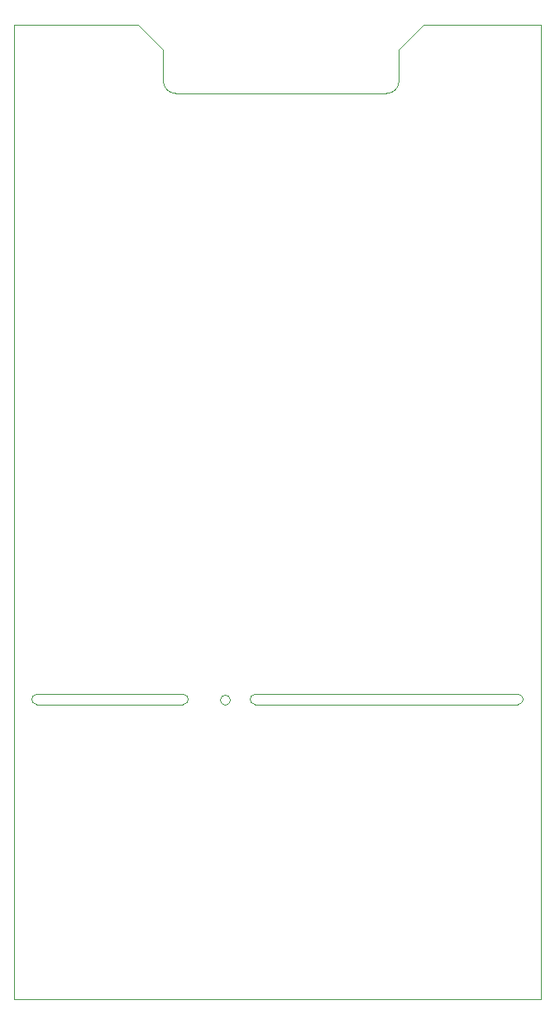
<source format=gbr>
G04 #@! TF.GenerationSoftware,KiCad,Pcbnew,(6.0.5)*
G04 #@! TF.CreationDate,2023-01-24T14:28:26+09:00*
G04 #@! TF.ProjectId,signalprocessing,7369676e-616c-4707-926f-63657373696e,rev?*
G04 #@! TF.SameCoordinates,Original*
G04 #@! TF.FileFunction,Profile,NP*
%FSLAX46Y46*%
G04 Gerber Fmt 4.6, Leading zero omitted, Abs format (unit mm)*
G04 Created by KiCad (PCBNEW (6.0.5)) date 2023-01-24 14:28:26*
%MOMM*%
%LPD*%
G01*
G04 APERTURE LIST*
G04 #@! TA.AperFunction,Profile*
%ADD10C,0.100000*%
G04 #@! TD*
G04 APERTURE END LIST*
D10*
X102108000Y-147000000D02*
X129025059Y-147000000D01*
X77393674Y-177163377D02*
X77399860Y-145967195D01*
X92710000Y-83185000D02*
X92710000Y-79940000D01*
X129025059Y-147000082D02*
G75*
G03*
X129025059Y-145970118I41J514982D01*
G01*
X77393674Y-177163377D02*
X131395438Y-177165000D01*
X129025059Y-145970118D02*
X102108000Y-145969902D01*
X90170000Y-77400000D02*
X92710000Y-79940000D01*
X131400479Y-145970118D02*
X131395438Y-177165000D01*
X116840000Y-83185000D02*
X116840000Y-79940000D01*
X94742000Y-147000082D02*
G75*
G03*
X94742000Y-145970118I0J514982D01*
G01*
X92710000Y-83185000D02*
G75*
G03*
X93980000Y-84455000I1270000J0D01*
G01*
X99568000Y-146558000D02*
G75*
G03*
X99568000Y-146558000I-508000J0D01*
G01*
X131400000Y-77400000D02*
X131400479Y-145970118D01*
X77400000Y-77400000D02*
X90170000Y-77400000D01*
X77400000Y-77400000D02*
X77399860Y-145967195D01*
X79756000Y-147000082D02*
X94742000Y-147000082D01*
X115570000Y-84455000D02*
G75*
G03*
X116840000Y-83185000I0J1270000D01*
G01*
X131400000Y-77400000D02*
X119380000Y-77400000D01*
X94742000Y-145970118D02*
X79756000Y-145970200D01*
X102108000Y-145970000D02*
G75*
G03*
X102108000Y-147000000I0J-515000D01*
G01*
X115570000Y-84455000D02*
X93980000Y-84455000D01*
X119380000Y-77400000D02*
X116840000Y-79940000D01*
X79756000Y-145970118D02*
G75*
G03*
X79756000Y-147000082I0J-514982D01*
G01*
M02*

</source>
